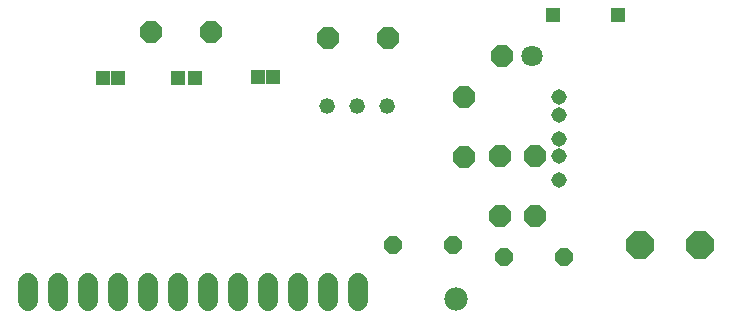
<source format=gbs>
G75*
%MOIN*%
%OFA0B0*%
%FSLAX24Y24*%
%IPPOS*%
%LPD*%
%AMOC8*
5,1,8,0,0,1.08239X$1,22.5*
%
%ADD10C,0.0520*%
%ADD11C,0.0710*%
%ADD12OC8,0.0710*%
%ADD13OC8,0.0600*%
%ADD14OC8,0.0905*%
%ADD15C,0.0680*%
%ADD16C,0.0780*%
%ADD17C,0.0516*%
%ADD18R,0.0476X0.0476*%
D10*
X033141Y021287D03*
X034141Y021287D03*
X035141Y021287D03*
D11*
X039996Y022941D03*
D12*
X038996Y022941D03*
X037724Y021578D03*
X035181Y023531D03*
X033181Y023531D03*
X029275Y023728D03*
X027275Y023728D03*
X037724Y019578D03*
X038905Y019610D03*
X040086Y019610D03*
X040086Y017610D03*
X038905Y017610D03*
D13*
X037346Y016641D03*
X039047Y016248D03*
X041047Y016248D03*
X035346Y016641D03*
D14*
X043574Y016641D03*
X045574Y016641D03*
D15*
X023169Y015367D02*
X023169Y014767D01*
X024169Y014767D02*
X024169Y015367D01*
X025169Y015367D02*
X025169Y014767D01*
X026169Y014767D02*
X026169Y015367D01*
X027169Y015367D02*
X027169Y014767D01*
X028169Y014767D02*
X028169Y015367D01*
X029169Y015367D02*
X029169Y014767D01*
X030169Y014767D02*
X030169Y015367D01*
X031169Y015367D02*
X031169Y014767D01*
X032169Y014767D02*
X032169Y015367D01*
X033169Y015367D02*
X033169Y014767D01*
X034169Y014767D02*
X034169Y015367D01*
D16*
X037448Y014830D03*
D17*
X040874Y018807D03*
X040874Y019594D03*
X040874Y020185D03*
X040874Y020972D03*
X040874Y021563D03*
D18*
X040677Y024319D03*
X042842Y024319D03*
X031346Y022232D03*
X030834Y022232D03*
X028748Y022193D03*
X028196Y022193D03*
X026189Y022193D03*
X025677Y022193D03*
M02*

</source>
